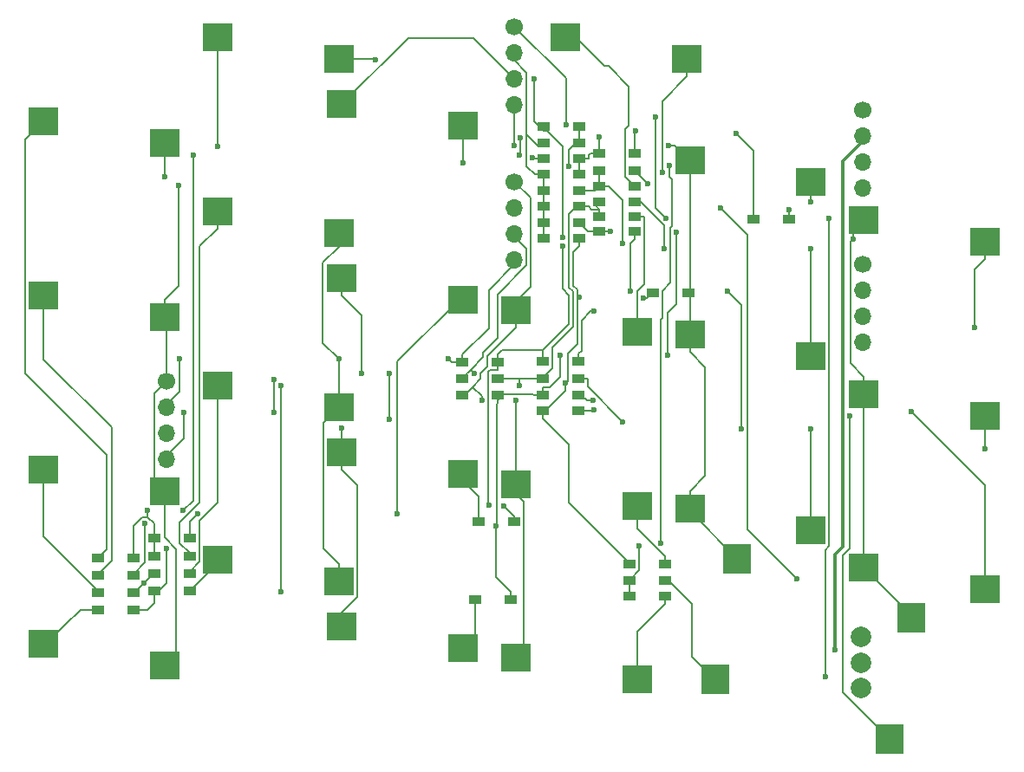
<source format=gbr>
%TF.GenerationSoftware,KiCad,Pcbnew,9.0.0*%
%TF.CreationDate,2025-04-19T15:24:46+09:00*%
%TF.ProjectId,nofy_V2_L,6e6f6679-5f56-4325-9f4c-2e6b69636164,rev?*%
%TF.SameCoordinates,Original*%
%TF.FileFunction,Copper,L2,Bot*%
%TF.FilePolarity,Positive*%
%FSLAX46Y46*%
G04 Gerber Fmt 4.6, Leading zero omitted, Abs format (unit mm)*
G04 Created by KiCad (PCBNEW 9.0.0) date 2025-04-19 15:24:46*
%MOMM*%
%LPD*%
G01*
G04 APERTURE LIST*
%TA.AperFunction,SMDPad,CuDef*%
%ADD10R,1.200000X0.950000*%
%TD*%
%TA.AperFunction,ComponentPad*%
%ADD11C,2.000000*%
%TD*%
%TA.AperFunction,SMDPad,CuDef*%
%ADD12R,3.000000X2.800000*%
%TD*%
%TA.AperFunction,SMDPad,CuDef*%
%ADD13R,2.850000X2.750000*%
%TD*%
%TA.AperFunction,ComponentPad*%
%ADD14C,1.700000*%
%TD*%
%TA.AperFunction,ComponentPad*%
%ADD15O,1.700000X1.700000*%
%TD*%
%TA.AperFunction,SMDPad,CuDef*%
%ADD16R,2.800000X3.000000*%
%TD*%
%TA.AperFunction,SMDPad,CuDef*%
%ADD17R,2.750000X2.850000*%
%TD*%
%TA.AperFunction,ViaPad*%
%ADD18C,0.600000*%
%TD*%
%TA.AperFunction,Conductor*%
%ADD19C,0.200000*%
%TD*%
%TA.AperFunction,Conductor*%
%ADD20C,0.300000*%
%TD*%
G04 APERTURE END LIST*
D10*
%TO.P,D3,2,A*%
%TO.N,Net-(D3-A)*%
X26217840Y-88482135D03*
%TO.P,D3,1,K*%
%TO.N,Net-(D11-K)*%
X29667840Y-88482135D03*
%TD*%
D11*
%TO.P,SW3,A,A*%
%TO.N,RE_A_L*%
X100767865Y-91132135D03*
%TO.P,SW3,B,B*%
%TO.N,RE_B_L*%
X100767865Y-96132135D03*
%TO.P,SW3,C,C*%
%TO.N,GND_L*%
X100767865Y-93632135D03*
%TD*%
D12*
%TO.P,SW11,1,1*%
%TO.N,Pin1*%
X49717865Y-85682135D03*
D13*
%TO.P,SW11,2,2*%
%TO.N,Net-(D7-A)*%
X37892865Y-83557135D03*
%TD*%
D12*
%TO.P,SW5,1,1*%
%TO.N,Pin0*%
X32717865Y-59882135D03*
D13*
%TO.P,SW5,2,2*%
%TO.N,Net-(D1-A)*%
X20892865Y-57757135D03*
%TD*%
D12*
%TO.P,SW21,1,1*%
%TO.N,Pin3*%
X67017865Y-93182135D03*
D13*
%TO.P,SW21,2,2*%
%TO.N,Net-(D17-A)*%
X78842865Y-95307135D03*
%TD*%
D12*
%TO.P,SW23,1,1*%
%TO.N,Pin4*%
X84005365Y-44557135D03*
D13*
%TO.P,SW23,2,2*%
%TO.N,Net-(D19-A)*%
X95830365Y-46682135D03*
%TD*%
D12*
%TO.P,SW7,1,1*%
%TO.N,Pin0*%
X32717865Y-93882135D03*
D13*
%TO.P,SW7,2,2*%
%TO.N,Net-(D3-A)*%
X20892865Y-91757135D03*
%TD*%
D12*
%TO.P,SW28,1,1*%
%TO.N,Pin5*%
X101017865Y-50382135D03*
D13*
%TO.P,SW28,2,2*%
%TO.N,Net-(D24-A)*%
X112842865Y-52507135D03*
%TD*%
D12*
%TO.P,SW20,1,1*%
%TO.N,Pin3*%
X67017865Y-76182135D03*
D13*
%TO.P,SW20,2,2*%
%TO.N,Net-(D16-A)*%
X78842865Y-78307135D03*
%TD*%
D14*
%TO.P,J18,1,Pin_1*%
%TO.N,Pin0*%
X32882865Y-66137135D03*
D15*
%TO.P,J18,2,Pin_2*%
%TO.N,Pin1*%
X32882865Y-68677135D03*
%TO.P,J18,3,Pin_3*%
%TO.N,Pin2*%
X32882865Y-71217135D03*
%TO.P,J18,4,Pin_4*%
%TO.N,Net-(D16-K)*%
X32882865Y-73757135D03*
%TD*%
D12*
%TO.P,SW27,1,1*%
%TO.N,Pin5*%
X50017865Y-39082135D03*
D13*
%TO.P,SW27,2,2*%
%TO.N,Net-(D23-A)*%
X61842865Y-41207135D03*
%TD*%
D12*
%TO.P,SW15,1,1*%
%TO.N,Pin2*%
X50017865Y-90082135D03*
D13*
%TO.P,SW15,2,2*%
%TO.N,Net-(D11-A)*%
X61842865Y-92207135D03*
%TD*%
D12*
%TO.P,SW13,1,1*%
%TO.N,Pin2*%
X50017865Y-56082135D03*
D13*
%TO.P,SW13,2,2*%
%TO.N,Net-(D9-A)*%
X61842865Y-58207135D03*
%TD*%
D12*
%TO.P,SW30,1,1*%
%TO.N,Pin5*%
X101017865Y-84382135D03*
D13*
%TO.P,SW30,2,2*%
%TO.N,Net-(D26-A)*%
X112842865Y-86507135D03*
%TD*%
D14*
%TO.P,Con_L_6,1,Pin_1*%
%TO.N,unconnected-(Con_L_6-Pin_1-Pad1)*%
X100867865Y-54692135D03*
D15*
%TO.P,Con_L_6,2,Pin_2*%
%TO.N,unconnected-(Con_L_6-Pin_2-Pad2)*%
X100867865Y-57232135D03*
%TO.P,Con_L_6,3,Pin_3*%
%TO.N,unconnected-(Con_L_6-Pin_3-Pad3)*%
X100867865Y-59772135D03*
%TO.P,Con_L_6,4,Pin_4*%
%TO.N,unconnected-(Con_L_6-Pin_4-Pad4)*%
X100867865Y-62312135D03*
%TD*%
D12*
%TO.P,SW14,1,1*%
%TO.N,Pin2*%
X50017865Y-73082135D03*
D13*
%TO.P,SW14,2,2*%
%TO.N,Net-(D10-A)*%
X61842865Y-75207135D03*
%TD*%
D16*
%TO.P,SW31,1,1*%
%TO.N,Pin5*%
X105617865Y-89282135D03*
D17*
%TO.P,SW31,2,2*%
%TO.N,Net-(D27-A)*%
X103492865Y-101107135D03*
%TD*%
D12*
%TO.P,SW9,1,1*%
%TO.N,Pin1*%
X49717865Y-51682135D03*
D13*
%TO.P,SW9,2,2*%
%TO.N,Net-(D5-A)*%
X37892865Y-49557135D03*
%TD*%
D12*
%TO.P,SW17,1,1*%
%TO.N,Pin3*%
X32717865Y-42882135D03*
D13*
%TO.P,SW17,2,2*%
%TO.N,Net-(D13-A)*%
X20892865Y-40757135D03*
%TD*%
D12*
%TO.P,SW29,1,1*%
%TO.N,Pin5*%
X101017865Y-67382135D03*
D13*
%TO.P,SW29,2,2*%
%TO.N,Net-(D25-A)*%
X112842865Y-69507135D03*
%TD*%
D12*
%TO.P,SW18,1,1*%
%TO.N,Pin3*%
X83717865Y-34682135D03*
D13*
%TO.P,SW18,2,2*%
%TO.N,Net-(D14-A)*%
X71892865Y-32557135D03*
%TD*%
D12*
%TO.P,SW22,1,1*%
%TO.N,Pin4*%
X49717865Y-34682135D03*
D13*
%TO.P,SW22,2,2*%
%TO.N,Net-(D18-A)*%
X37892865Y-32557135D03*
%TD*%
D12*
%TO.P,SW19,1,1*%
%TO.N,Pin3*%
X67017865Y-59182135D03*
D13*
%TO.P,SW19,2,2*%
%TO.N,Net-(D15-A)*%
X78842865Y-61307135D03*
%TD*%
D14*
%TO.P,Con_L_4,1,Pin_1*%
%TO.N,VCC_L*%
X100882865Y-39637135D03*
D15*
%TO.P,Con_L_4,2,Pin_2*%
%TO.N,GND_L*%
X100882865Y-42177135D03*
%TO.P,Con_L_4,3,Pin_3*%
%TO.N,unconnected-(Con_L_4-Pin_3-Pad3)*%
X100882865Y-44717135D03*
%TO.P,Con_L_4,4,Pin_4*%
%TO.N,Pin0*%
X100882865Y-47257135D03*
%TD*%
D12*
%TO.P,SW24,1,1*%
%TO.N,Pin4*%
X84017865Y-61582135D03*
D13*
%TO.P,SW24,2,2*%
%TO.N,Net-(D20-A)*%
X95842865Y-63707135D03*
%TD*%
D14*
%TO.P,Con_L_0,1,Pin_1*%
%TO.N,RE_B_L*%
X66867865Y-31492135D03*
D15*
%TO.P,Con_L_0,2,Pin_2*%
%TO.N,INTR0*%
X66867865Y-34032135D03*
%TO.P,Con_L_0,3,Pin_3*%
%TO.N,Pin5*%
X66867865Y-36572135D03*
%TO.P,Con_L_0,4,Pin_4*%
%TO.N,Pin4*%
X66867865Y-39112135D03*
%TD*%
D12*
%TO.P,SW25,1,1*%
%TO.N,Pin4*%
X84017865Y-78582135D03*
D13*
%TO.P,SW25,2,2*%
%TO.N,Net-(D21-A)*%
X95842865Y-80707135D03*
%TD*%
D12*
%TO.P,SW10,1,1*%
%TO.N,Pin1*%
X49717865Y-68682135D03*
D13*
%TO.P,SW10,2,2*%
%TO.N,Net-(D6-A)*%
X37892865Y-66557135D03*
%TD*%
D16*
%TO.P,SW26,1,1*%
%TO.N,Pin4*%
X88617865Y-83482135D03*
D17*
%TO.P,SW26,2,2*%
%TO.N,Net-(D22-A)*%
X86492865Y-95307135D03*
%TD*%
D14*
%TO.P,Con_L_2,1,Pin_1*%
%TO.N,Pin3*%
X66867865Y-46637135D03*
D15*
%TO.P,Con_L_2,2,Pin_2*%
%TO.N,RE_A_L*%
X66867865Y-49177135D03*
%TO.P,Con_L_2,3,Pin_3*%
%TO.N,Pin2*%
X66867865Y-51717135D03*
%TO.P,Con_L_2,4,Pin_4*%
%TO.N,Pin1*%
X66867865Y-54257135D03*
%TD*%
D12*
%TO.P,SW6,1,1*%
%TO.N,Pin0*%
X32717865Y-76882135D03*
D13*
%TO.P,SW6,2,2*%
%TO.N,Net-(D2-A)*%
X20892865Y-74757135D03*
%TD*%
D10*
%TO.P,DI1,1,K*%
%TO.N,INTR0*%
X69767890Y-45932135D03*
%TO.P,DI1,2,A*%
%TO.N,Net-(D13-K)*%
X73217890Y-45932135D03*
%TD*%
%TO.P,D27,1,K*%
%TO.N,Net-(D16-K)*%
X69667890Y-69032135D03*
%TO.P,D27,2,A*%
%TO.N,Net-(D27-A)*%
X73117890Y-69032135D03*
%TD*%
%TO.P,D10,1,K*%
%TO.N,Net-(D1-K)*%
X66867840Y-79882135D03*
%TO.P,D10,2,A*%
%TO.N,Net-(D10-A)*%
X63417840Y-79882135D03*
%TD*%
%TO.P,D16,1,K*%
%TO.N,Net-(D16-K)*%
X78120990Y-84041535D03*
%TO.P,D16,2,A*%
%TO.N,Net-(D16-A)*%
X81570990Y-84041535D03*
%TD*%
%TO.P,DI6,1,K*%
%TO.N,INTR0*%
X69767890Y-42882135D03*
%TO.P,DI6,2,A*%
%TO.N,Net-(D17-K)*%
X73217890Y-42882135D03*
%TD*%
%TO.P,D11,1,K*%
%TO.N,Net-(D11-K)*%
X66517840Y-87482135D03*
%TO.P,D11,2,A*%
%TO.N,Net-(D11-A)*%
X63067840Y-87482135D03*
%TD*%
%TO.P,D1,1,K*%
%TO.N,Net-(D1-K)*%
X29667840Y-85082135D03*
%TO.P,D1,2,A*%
%TO.N,Net-(D1-A)*%
X26217840Y-85082135D03*
%TD*%
%TO.P,D25,1,K*%
%TO.N,Net-(D15-K)*%
X69667890Y-65882135D03*
%TO.P,D25,2,A*%
%TO.N,Net-(D25-A)*%
X73117890Y-65882135D03*
%TD*%
%TO.P,D18,1,K*%
%TO.N,Net-(D13-K)*%
X75191290Y-43894635D03*
%TO.P,D18,2,A*%
%TO.N,Net-(D18-A)*%
X78641290Y-43894635D03*
%TD*%
%TO.P,DS6,1,K*%
%TO.N,Pin5*%
X69717890Y-41282135D03*
%TO.P,DS6,2,A*%
%TO.N,Net-(D17-K)*%
X73167890Y-41282135D03*
%TD*%
%TO.P,D15,1,K*%
%TO.N,Net-(D15-K)*%
X75167890Y-50032135D03*
%TO.P,D15,2,A*%
%TO.N,Net-(D15-A)*%
X78617890Y-50032135D03*
%TD*%
%TO.P,DI3,1,K*%
%TO.N,INTR0*%
X69767890Y-49082135D03*
%TO.P,DI3,2,A*%
%TO.N,Net-(D15-K)*%
X73217890Y-49082135D03*
%TD*%
%TO.P,D7,1,K*%
%TO.N,Net-(D11-K)*%
X31720990Y-86632135D03*
%TO.P,D7,2,A*%
%TO.N,Net-(D7-A)*%
X35170990Y-86632135D03*
%TD*%
%TO.P,DS3,1,K*%
%TO.N,Pin2*%
X61817890Y-65882135D03*
%TO.P,DS3,2,A*%
%TO.N,Net-(D15-K)*%
X65267890Y-65882135D03*
%TD*%
%TO.P,DI2,1,K*%
%TO.N,INTR0*%
X69767890Y-47532135D03*
%TO.P,DI2,2,A*%
%TO.N,Net-(D1-K)*%
X73217890Y-47532135D03*
%TD*%
%TO.P,D13,1,K*%
%TO.N,Net-(D13-K)*%
X29667840Y-83432135D03*
%TO.P,D13,2,A*%
%TO.N,Net-(D13-A)*%
X26217840Y-83432135D03*
%TD*%
%TO.P,D21,1,K*%
%TO.N,Net-(D11-K)*%
X75191290Y-51494635D03*
%TO.P,D21,2,A*%
%TO.N,Net-(D21-A)*%
X78641290Y-51494635D03*
%TD*%
%TO.P,DS1,1,K*%
%TO.N,Pin0*%
X93717840Y-50332135D03*
%TO.P,DS1,2,A*%
%TO.N,Net-(D13-K)*%
X90267840Y-50332135D03*
%TD*%
%TO.P,D22,1,K*%
%TO.N,Net-(D17-K)*%
X78117890Y-85582135D03*
%TO.P,D22,2,A*%
%TO.N,Net-(D22-A)*%
X81567890Y-85582135D03*
%TD*%
%TO.P,D5,1,K*%
%TO.N,Net-(D13-K)*%
X31717890Y-83232135D03*
%TO.P,D5,2,A*%
%TO.N,Net-(D5-A)*%
X35167890Y-83232135D03*
%TD*%
%TO.P,D19,1,K*%
%TO.N,Net-(D1-K)*%
X75191290Y-45532135D03*
%TO.P,D19,2,A*%
%TO.N,Net-(D19-A)*%
X78641290Y-45532135D03*
%TD*%
%TO.P,D6,1,K*%
%TO.N,Net-(D15-K)*%
X31717890Y-84932135D03*
%TO.P,D6,2,A*%
%TO.N,Net-(D6-A)*%
X35167890Y-84932135D03*
%TD*%
%TO.P,D17,1,K*%
%TO.N,Net-(D17-K)*%
X78117890Y-87132135D03*
%TO.P,D17,2,A*%
%TO.N,Net-(D17-A)*%
X81567890Y-87132135D03*
%TD*%
%TO.P,D24,1,K*%
%TO.N,Net-(D1-K)*%
X69667890Y-64232135D03*
%TO.P,D24,2,A*%
%TO.N,Net-(D24-A)*%
X73117890Y-64232135D03*
%TD*%
%TO.P,D2,1,K*%
%TO.N,Net-(D15-K)*%
X29667840Y-86791535D03*
%TO.P,D2,2,A*%
%TO.N,Net-(D2-A)*%
X26217840Y-86791535D03*
%TD*%
%TO.P,D23,1,K*%
%TO.N,Net-(D13-K)*%
X73217840Y-44382135D03*
%TO.P,D23,2,A*%
%TO.N,Net-(D23-A)*%
X69767840Y-44382135D03*
%TD*%
%TO.P,DS2,1,K*%
%TO.N,Pin1*%
X61820990Y-64282135D03*
%TO.P,DS2,2,A*%
%TO.N,Net-(D1-K)*%
X65270990Y-64282135D03*
%TD*%
%TO.P,D9,1,K*%
%TO.N,Net-(D13-K)*%
X31717890Y-81432135D03*
%TO.P,D9,2,A*%
%TO.N,Net-(D9-A)*%
X35167890Y-81432135D03*
%TD*%
%TO.P,D20,1,K*%
%TO.N,Net-(D15-K)*%
X75191290Y-48582135D03*
%TO.P,D20,2,A*%
%TO.N,Net-(D20-A)*%
X78641290Y-48582135D03*
%TD*%
%TO.P,D14,1,K*%
%TO.N,Net-(D1-K)*%
X75167890Y-47082135D03*
%TO.P,D14,2,A*%
%TO.N,Net-(D14-A)*%
X78617890Y-47082135D03*
%TD*%
%TO.P,DS4,1,K*%
%TO.N,Pin3*%
X61817890Y-67482135D03*
%TO.P,DS4,2,A*%
%TO.N,Net-(D11-K)*%
X65267890Y-67482135D03*
%TD*%
%TO.P,D26,1,K*%
%TO.N,Net-(D11-K)*%
X69667890Y-67482135D03*
%TO.P,D26,2,A*%
%TO.N,Net-(D26-A)*%
X73117890Y-67482135D03*
%TD*%
%TO.P,DS5,1,K*%
%TO.N,Pin4*%
X83841340Y-57482135D03*
%TO.P,DS5,2,A*%
%TO.N,Net-(D16-K)*%
X80391340Y-57482135D03*
%TD*%
%TO.P,DI5,1,K*%
%TO.N,INTR0*%
X69717890Y-52182135D03*
%TO.P,DI5,2,A*%
%TO.N,Net-(D16-K)*%
X73167890Y-52182135D03*
%TD*%
%TO.P,DI4,1,K*%
%TO.N,INTR0*%
X69717890Y-50632135D03*
%TO.P,DI4,2,A*%
%TO.N,Net-(D11-K)*%
X73167890Y-50632135D03*
%TD*%
D18*
%TO.N,Pin5*%
X99932865Y-52286335D03*
X71574665Y-52105535D03*
X68764965Y-36572135D03*
%TO.N,Pin4*%
X53317865Y-34732135D03*
X66867865Y-43105235D03*
X81915265Y-43105235D03*
%TO.N,Pin3*%
X63705765Y-67988535D03*
X32717865Y-46182135D03*
X81315265Y-45758835D03*
X67016265Y-67988535D03*
%TO.N,Pin2*%
X54656665Y-69875735D03*
X50017865Y-70709535D03*
X54656665Y-65350635D03*
X51949665Y-65350635D03*
X62927965Y-65350635D03*
%TO.N,Pin1*%
X49717865Y-63934135D03*
X60450465Y-63934135D03*
X34216965Y-63934135D03*
%TO.N,Pin0*%
X93717865Y-49340935D03*
X34090165Y-46972535D03*
%TO.N,Net-(D17-K)*%
X79078465Y-82274335D03*
X81983265Y-45081935D03*
X72176365Y-45157135D03*
X81138465Y-81966735D03*
%TO.N,Net-(D16-K)*%
X71861065Y-66354135D03*
X79442865Y-57982135D03*
X34616665Y-69213535D03*
X73219465Y-57932135D03*
X43431365Y-69213535D03*
X43431365Y-65952435D03*
%TO.N,Net-(D13-K)*%
X31086265Y-78802435D03*
X67373065Y-44042235D03*
X34537365Y-78802435D03*
X67477865Y-42338335D03*
X35500965Y-44042235D03*
X88551265Y-41900235D03*
X75190865Y-42265635D03*
%TO.N,Net-(D11-K)*%
X65111965Y-80299435D03*
X81878065Y-63597735D03*
X71373165Y-63597735D03*
X32907065Y-82500135D03*
X82691365Y-51569835D03*
X76294665Y-51498235D03*
%TO.N,Net-(D15-K)*%
X44086365Y-86730435D03*
X44086365Y-66604235D03*
X30729980Y-85845506D03*
X67338965Y-66604235D03*
%TO.N,Net-(D1-K)*%
X71607965Y-52931235D03*
X30797965Y-80028835D03*
X77455565Y-52714135D03*
X65817865Y-78332135D03*
X64367865Y-78282135D03*
%TO.N,Net-(D25-A)*%
X77485265Y-70136735D03*
X112842865Y-72732435D03*
%TO.N,Net-(D24-A)*%
X74691308Y-59320835D03*
X111817365Y-60923835D03*
%TO.N,Net-(D27-A)*%
X74610212Y-68958736D03*
X99602765Y-69563035D03*
%TO.N,Net-(D26-A)*%
X105654065Y-69133835D03*
X74550000Y-68050000D03*
%TO.N,Net-(D23-A)*%
X61842865Y-44779235D03*
X68679565Y-44332135D03*
%TO.N,RE_A_L*%
X86982965Y-49177135D03*
X94467865Y-85432135D03*
%TO.N,RE_B_L*%
X71926765Y-41052935D03*
X81689465Y-50197335D03*
X97627765Y-50197335D03*
X97217865Y-94982135D03*
X80682165Y-40313035D03*
%TO.N,GND_L*%
X98167865Y-92432135D03*
%TO.N,Net-(D21-A)*%
X78224765Y-57366935D03*
X87658265Y-57366935D03*
X95842865Y-70796635D03*
X89021965Y-70796635D03*
%TO.N,Net-(D20-A)*%
X95842865Y-53183835D03*
X81528265Y-53183835D03*
%TO.N,Net-(D19-A)*%
X95830365Y-48649035D03*
X79916665Y-46824735D03*
%TO.N,Net-(D18-A)*%
X78698465Y-41663935D03*
X37892865Y-43220435D03*
%TO.N,Net-(D9-A)*%
X55465465Y-79068235D03*
X35985165Y-79068235D03*
%TD*%
D19*
%TO.N,Pin5*%
X99932865Y-52286335D02*
X99932865Y-51467135D01*
X69717865Y-41282135D02*
X69717865Y-41670435D01*
X99701065Y-52518135D02*
X99932865Y-52286335D01*
X105617865Y-88982135D02*
X101017865Y-84382135D01*
X56517865Y-32582135D02*
X62877865Y-32582135D01*
X105617865Y-89282135D02*
X105617865Y-88982135D01*
X71574665Y-43162035D02*
X71574665Y-52105535D01*
X101017865Y-67382135D02*
X101017865Y-65680435D01*
X62877865Y-32582135D02*
X66867865Y-36572135D01*
X70083065Y-41670435D02*
X71574665Y-43162035D01*
X68764965Y-40717535D02*
X68764965Y-36572135D01*
X50017865Y-39082135D02*
X56517865Y-32582135D01*
X99701065Y-64363635D02*
X99701065Y-52518135D01*
X101017865Y-65680435D02*
X99701065Y-64363635D01*
X69717865Y-41670435D02*
X68764965Y-40717535D01*
X69717865Y-41670435D02*
X70083065Y-41670435D01*
X99932865Y-51467135D02*
X101017865Y-50382135D01*
X101017865Y-84382135D02*
X101017865Y-67382135D01*
%TO.N,Pin4*%
X82553465Y-43105235D02*
X84005365Y-44557135D01*
X84017865Y-78582135D02*
X84017865Y-78882135D01*
X84017865Y-76880435D02*
X85494265Y-75404035D01*
X84017865Y-57658660D02*
X83841340Y-57482135D01*
X81915265Y-43105235D02*
X82553465Y-43105235D01*
X84017865Y-78582135D02*
X84017865Y-76880435D01*
X53267865Y-34682135D02*
X53317865Y-34732135D01*
X84017865Y-61582135D02*
X84017865Y-63283835D01*
X85494265Y-64760235D02*
X84017865Y-63283835D01*
X84017865Y-61582135D02*
X84017865Y-57658660D01*
X84005365Y-57318110D02*
X84005365Y-44557135D01*
X49717865Y-34682135D02*
X53267865Y-34682135D01*
X84017865Y-78882135D02*
X88617865Y-83482135D01*
X85494265Y-75404035D02*
X85494265Y-64760235D01*
X66867865Y-39112135D02*
X66867865Y-43105235D01*
X83841340Y-57482135D02*
X84005365Y-57318110D01*
%TO.N,Pin3*%
X32717865Y-42882135D02*
X32717865Y-46182135D01*
X67017865Y-59182135D02*
X67017865Y-58331235D01*
X64224265Y-64704935D02*
X63564365Y-65364835D01*
X62015065Y-67482135D02*
X61817865Y-67482135D01*
X67017865Y-58331235D02*
X67018765Y-58331235D01*
X67017865Y-60907735D02*
X64224265Y-63701335D01*
X63564365Y-65932835D02*
X62791765Y-66705435D01*
X62791765Y-66705435D02*
X62015065Y-67482135D01*
X67018765Y-58331235D02*
X68436765Y-56913235D01*
X67016265Y-74478835D02*
X67017865Y-74480435D01*
X64224265Y-63701335D02*
X64224265Y-64704935D01*
X68436765Y-48206035D02*
X66867865Y-46637135D01*
X81315265Y-38786435D02*
X81315265Y-45758835D01*
X63564365Y-65364835D02*
X63564365Y-65932835D01*
X68436765Y-56913235D02*
X68436765Y-48206035D01*
X63705765Y-67619435D02*
X63705765Y-67988535D01*
X83717865Y-34682135D02*
X83717865Y-36383835D01*
X67017865Y-77132135D02*
X67017865Y-76182135D01*
X67769565Y-77883835D02*
X67017865Y-77132135D01*
X67769565Y-92430435D02*
X67769565Y-77883835D01*
X62791765Y-66705435D02*
X63705765Y-67619435D01*
X67017865Y-93182135D02*
X67769565Y-92430435D01*
X83717865Y-36383835D02*
X81315265Y-38786435D01*
X67016265Y-67988535D02*
X67016265Y-74478835D01*
X67017865Y-76182135D02*
X67017865Y-74480435D01*
X67017865Y-59182135D02*
X67017865Y-60907735D01*
%TO.N,Pin2*%
X51949665Y-59715635D02*
X51949665Y-65350635D01*
X50017865Y-88782135D02*
X51549365Y-87250635D01*
X68035065Y-54823935D02*
X65216165Y-57642835D01*
X50017865Y-73082135D02*
X50017865Y-71380435D01*
X63822565Y-63806435D02*
X62603165Y-65025835D01*
X51549365Y-76315335D02*
X50017865Y-74783835D01*
X54656665Y-69875735D02*
X54656665Y-65350635D01*
X50017865Y-56082135D02*
X50017865Y-57783835D01*
X66867865Y-51982135D02*
X68035065Y-53149335D01*
X62603165Y-65025835D02*
X62927965Y-65350635D01*
X61817865Y-65811135D02*
X61817865Y-65882135D01*
X50017865Y-71380435D02*
X50017865Y-70709535D01*
X62603165Y-65025835D02*
X61817865Y-65811135D01*
X66867865Y-51717135D02*
X66867865Y-51982135D01*
X65216165Y-61915835D02*
X63822565Y-63309435D01*
X50017865Y-57783835D02*
X51949665Y-59715635D01*
X50017865Y-74783835D02*
X50017865Y-73082135D01*
X50017865Y-90082135D02*
X50017865Y-88782135D01*
X65216165Y-57642835D02*
X65216165Y-61915835D01*
X51549365Y-87250635D02*
X51549365Y-76315335D01*
X63822565Y-63309435D02*
X63822565Y-63806435D01*
X68035065Y-53149335D02*
X68035065Y-54823935D01*
%TO.N,Pin1*%
X61820965Y-64282135D02*
X61820965Y-63505435D01*
X60450465Y-63934135D02*
X60798465Y-64282135D01*
X61820990Y-64282135D02*
X61820965Y-64282110D01*
X66867865Y-54732135D02*
X64363565Y-57236435D01*
X66867865Y-54257135D02*
X66867865Y-54732135D01*
X48162965Y-54549935D02*
X48162965Y-62379235D01*
X48210765Y-82473335D02*
X48210765Y-70189235D01*
X49717865Y-68682135D02*
X49717865Y-63934135D01*
X64363565Y-57236435D02*
X64363565Y-60962835D01*
X61820965Y-64282110D02*
X61820965Y-63505435D01*
X60798465Y-64282135D02*
X61820990Y-64282135D01*
X49717865Y-85682135D02*
X49717865Y-83980435D01*
X49717865Y-52995035D02*
X48162965Y-54549935D01*
X32882865Y-68677135D02*
X32882865Y-68467135D01*
X64363565Y-60962835D02*
X61820965Y-63505435D01*
X49717865Y-51682135D02*
X49717865Y-52995035D01*
X34216965Y-67133035D02*
X34216965Y-63934135D01*
X32882865Y-68467135D02*
X34216965Y-67133035D01*
X48210765Y-70189235D02*
X49717865Y-68682135D01*
X48162965Y-62379235D02*
X49717865Y-63934135D01*
X49717865Y-83980435D02*
X48210765Y-82473335D01*
%TO.N,Pin0*%
X34090165Y-56808135D02*
X34090165Y-46972535D01*
X33869565Y-82575335D02*
X33869565Y-92730435D01*
X93717865Y-49555435D02*
X93717865Y-49340935D01*
X32717865Y-59882135D02*
X32717865Y-58180435D01*
X32717865Y-76882135D02*
X32717865Y-81423635D01*
X33869565Y-92730435D02*
X32717865Y-93882135D01*
X32717865Y-60732935D02*
X32882865Y-60897935D01*
X32882865Y-66137135D02*
X31729665Y-67290335D01*
X31729665Y-75893935D02*
X32717865Y-76882135D01*
X32717865Y-81423635D02*
X33869565Y-82575335D01*
X32717865Y-58180435D02*
X34090165Y-56808135D01*
X32882865Y-60897935D02*
X32882865Y-66137135D01*
X31729665Y-67290335D02*
X31729665Y-75893935D01*
X93717865Y-50332135D02*
X93717865Y-49555435D01*
X32717865Y-59882135D02*
X32717865Y-60732935D01*
%TO.N,INTR0*%
X68079565Y-42105435D02*
X68079565Y-35975685D01*
X68079565Y-42105435D02*
X68091165Y-42105435D01*
X68079565Y-45145535D02*
X68079565Y-42105435D01*
X69717865Y-49632135D02*
X69767890Y-49582110D01*
X68079565Y-35975685D02*
X66867865Y-34763985D01*
X69717865Y-52182135D02*
X69717865Y-49632135D01*
X69192865Y-43207135D02*
X69517865Y-42882135D01*
X69767890Y-49082135D02*
X69767865Y-49082110D01*
X68091165Y-42105435D02*
X69192865Y-43207135D01*
X69767865Y-45932135D02*
X68866165Y-45932135D01*
X69767865Y-49082110D02*
X69767865Y-45932135D01*
X66867865Y-34763985D02*
X66867865Y-34032135D01*
X69517865Y-42882135D02*
X69767865Y-42882135D01*
X68866165Y-45932135D02*
X68079565Y-45145535D01*
X69767890Y-49582110D02*
X69767890Y-49082135D01*
%TO.N,Net-(D17-K)*%
X79078465Y-82274335D02*
X79078465Y-84621535D01*
X73217865Y-42493735D02*
X72176365Y-43535235D01*
X73217865Y-42882135D02*
X73217865Y-42493735D01*
X81308965Y-57321135D02*
X81308965Y-60000635D01*
X82137865Y-56492235D02*
X81308965Y-57321135D01*
X73167865Y-42058835D02*
X73214465Y-42105435D01*
X73214465Y-42105435D02*
X73217865Y-42105435D01*
X82291165Y-46430735D02*
X82291165Y-50959535D01*
X82087265Y-51976135D02*
X82137865Y-52026735D01*
X79078465Y-84621535D02*
X78117865Y-85582135D01*
X73217865Y-42493735D02*
X73217865Y-42105435D01*
X81983265Y-45081935D02*
X81983265Y-46122835D01*
X78117865Y-85582135D02*
X78117865Y-87132135D01*
X82087265Y-51163435D02*
X82087265Y-51976135D01*
X72176365Y-43535235D02*
X72176365Y-45157135D01*
X82137865Y-52026735D02*
X82137865Y-56492235D01*
X81138465Y-60171135D02*
X81138465Y-81966735D01*
X73167865Y-41282135D02*
X73167865Y-42058835D01*
X81308965Y-60000635D02*
X81138465Y-60171135D01*
X82291165Y-50959535D02*
X82087265Y-51163435D01*
X81983265Y-46122835D02*
X82291165Y-46430735D01*
%TO.N,Net-(D16-K)*%
X78120965Y-83885235D02*
X75267865Y-81032135D01*
X72080065Y-66135135D02*
X72080065Y-63456735D01*
X72080065Y-63456735D02*
X73021165Y-62515635D01*
X73167865Y-52182135D02*
X73167865Y-52958835D01*
X71861065Y-66354135D02*
X72080065Y-66135135D01*
X75267865Y-81032135D02*
X72193465Y-77957735D01*
X73021165Y-57199335D02*
X72628265Y-56806435D01*
X72628265Y-53498435D02*
X73167865Y-52958835D01*
X69667865Y-69808835D02*
X69667865Y-69748635D01*
X71861065Y-67113948D02*
X69667865Y-69307148D01*
X34616665Y-69213535D02*
X34616665Y-71733335D01*
X69667865Y-69032135D02*
X69667865Y-69748635D01*
X72628265Y-56806435D02*
X72628265Y-53498435D01*
X73219465Y-57932135D02*
X73051365Y-57764035D01*
X79442865Y-57982135D02*
X79492865Y-58032135D01*
X71861065Y-66354135D02*
X71861065Y-67113948D01*
X79841340Y-58032135D02*
X80391340Y-57482135D01*
X73051365Y-57764035D02*
X73021165Y-57764035D01*
X69667865Y-69307148D02*
X69667865Y-69748635D01*
X78120965Y-84041535D02*
X78120965Y-83885235D01*
X73021165Y-57764035D02*
X73021165Y-57199335D01*
X34616665Y-71733335D02*
X32882865Y-73467135D01*
X79492865Y-58032135D02*
X79841340Y-58032135D01*
X73021165Y-62515635D02*
X73021165Y-57764035D01*
X43431365Y-69213535D02*
X43431365Y-65952435D01*
X72193465Y-77957735D02*
X72193465Y-72334435D01*
X72193465Y-72334435D02*
X69667865Y-69808835D01*
X32882865Y-73467135D02*
X32882865Y-73757135D01*
X80391340Y-57482135D02*
X80391365Y-57482135D01*
%TO.N,Net-(D13-K)*%
X67477865Y-43937435D02*
X67477865Y-42338335D01*
X30549022Y-79427835D02*
X31046908Y-79427835D01*
X30371465Y-79582135D02*
X30394722Y-79582135D01*
X30394722Y-79582135D02*
X30549022Y-79427835D01*
X73217865Y-44382135D02*
X74119565Y-44382135D01*
X29667865Y-80285735D02*
X30371465Y-79582135D01*
X67373065Y-44042235D02*
X67477865Y-43937435D01*
X75191265Y-42266035D02*
X75190865Y-42265635D01*
X74119565Y-44064635D02*
X74289565Y-43894635D01*
X31064887Y-79445813D02*
X31086265Y-79424435D01*
X31046908Y-79427835D02*
X31064887Y-79445813D01*
X31717865Y-83232135D02*
X31717865Y-81432135D01*
X90267865Y-50332135D02*
X90267865Y-43616835D01*
X90267865Y-43616835D02*
X88551265Y-41900235D01*
X75191265Y-43894635D02*
X74289565Y-43894635D01*
X75191265Y-43894635D02*
X75191265Y-42266035D01*
X29667865Y-83432135D02*
X29667865Y-80285735D01*
X31717865Y-80056035D02*
X31717865Y-81432135D01*
X35500965Y-44042235D02*
X35500965Y-77838835D01*
X35500965Y-77838835D02*
X34537365Y-78802435D01*
X74119565Y-44382135D02*
X74119565Y-44064635D01*
X31086265Y-79424435D02*
X31086265Y-78802435D01*
X31086265Y-79424435D02*
X31717865Y-80056035D01*
X73217865Y-44382135D02*
X73217865Y-45932135D01*
%TO.N,Net-(D11-K)*%
X65111965Y-85299535D02*
X65111965Y-80299435D01*
X29667865Y-88482135D02*
X30569565Y-88482135D01*
X76092965Y-51494635D02*
X76291065Y-51494635D01*
X75191265Y-51494635D02*
X76092965Y-51494635D01*
X81878065Y-59431535D02*
X82691365Y-58618235D01*
X69667865Y-67482135D02*
X69667865Y-66705435D01*
X31031365Y-88482135D02*
X31720965Y-87792535D01*
X65130465Y-80280935D02*
X65130465Y-68396235D01*
X65111965Y-80299435D02*
X65130465Y-80280935D01*
X76291065Y-51494635D02*
X76294665Y-51498235D01*
X65267865Y-67994235D02*
X65875265Y-67386835D01*
X70347465Y-66705435D02*
X71373165Y-65679735D01*
X68670865Y-67386835D02*
X68766165Y-67482135D01*
X65267865Y-67482135D02*
X65267865Y-67994235D01*
X31720965Y-87792535D02*
X31720965Y-87408835D01*
X32907065Y-85834335D02*
X32907065Y-82500135D01*
X65875265Y-67386835D02*
X68670865Y-67386835D01*
X82691365Y-58618235D02*
X82691365Y-51569835D01*
X69667865Y-66705435D02*
X70347465Y-66705435D01*
X31720965Y-86632135D02*
X31720965Y-87020435D01*
X31720965Y-87020435D02*
X31720965Y-87408835D01*
X66517865Y-87482135D02*
X66517865Y-86705435D01*
X65130465Y-68396235D02*
X65267865Y-68258835D01*
X30569565Y-88482135D02*
X31031365Y-88482135D01*
X75191265Y-51494635D02*
X74030365Y-51494635D01*
X71373165Y-65679735D02*
X71373165Y-63597735D01*
X65267865Y-67994235D02*
X65267865Y-68258835D01*
X31720965Y-87020435D02*
X32907065Y-85834335D01*
X81878065Y-63597735D02*
X81878065Y-59431535D01*
X66517865Y-86705435D02*
X65111965Y-85299535D01*
X74030365Y-51494635D02*
X73167865Y-50632135D01*
X69667865Y-67482135D02*
X68766165Y-67482135D01*
%TO.N,Net-(D15-K)*%
X69543065Y-65882135D02*
X70573465Y-64851735D01*
X74419565Y-49382135D02*
X75167765Y-49382135D01*
X72619465Y-60818135D02*
X72619465Y-57365635D01*
X30729980Y-85845506D02*
X30729980Y-85856620D01*
X70573465Y-62864135D02*
X72619465Y-60818135D01*
X75167765Y-49382135D02*
X75167865Y-49382235D01*
X75167865Y-50032135D02*
X75167865Y-49382235D01*
X75191265Y-48582160D02*
X74779527Y-48993897D01*
X31654465Y-84932135D02*
X30614965Y-85971635D01*
X67338965Y-65882135D02*
X67338965Y-66604235D01*
X29795065Y-86791535D02*
X29667865Y-86791535D01*
X70573465Y-64851735D02*
X70573465Y-62864135D01*
X66169565Y-65882135D02*
X67338965Y-65882135D01*
X65267865Y-65882135D02*
X66169565Y-65882135D01*
X30614965Y-85971635D02*
X29795065Y-86791535D01*
X69317865Y-65882135D02*
X69543065Y-65882135D01*
X31717865Y-84932135D02*
X31654465Y-84932135D01*
X72619465Y-57365635D02*
X72217765Y-56963935D01*
X74779527Y-48993897D02*
X75167865Y-49382235D01*
X69317865Y-65882135D02*
X68766165Y-65882135D01*
X69667865Y-65882135D02*
X69317865Y-65882135D01*
X67338965Y-65882135D02*
X68766165Y-65882135D01*
X44086365Y-86730435D02*
X44086365Y-66604235D01*
X72217765Y-49832235D02*
X72967865Y-49082135D01*
X74119565Y-49082135D02*
X74419565Y-49382135D01*
X75191265Y-48582135D02*
X75191265Y-48582160D01*
X72217765Y-56963935D02*
X72217765Y-49832235D01*
X72967865Y-49082135D02*
X74119565Y-49082135D01*
X30729980Y-85856620D02*
X30614965Y-85971635D01*
%TO.N,Net-(D1-K)*%
X29667865Y-84985035D02*
X30797965Y-83854935D01*
X69598265Y-63132135D02*
X65644265Y-63132135D01*
X75167865Y-47082160D02*
X75167865Y-47082135D01*
X65270965Y-65058835D02*
X64494265Y-65058835D01*
X75191265Y-46308835D02*
X75167865Y-46332235D01*
X71607965Y-57122335D02*
X71607965Y-52931235D01*
X69667865Y-64232135D02*
X69667865Y-63132135D01*
X29667865Y-85082135D02*
X29667865Y-84985035D01*
X75191265Y-45532135D02*
X75191265Y-46308835D01*
X75167865Y-46332235D02*
X75167865Y-47082135D01*
X66867865Y-79382135D02*
X66867865Y-79882135D01*
X69667865Y-63132135D02*
X72217765Y-60582235D01*
X76069565Y-47082135D02*
X77455565Y-48468135D01*
X64318165Y-78232435D02*
X64367865Y-78282135D01*
X65817865Y-78332135D02*
X66867865Y-79382135D01*
X77455565Y-48468135D02*
X77455565Y-52714135D01*
X30797965Y-83854935D02*
X30797965Y-80028835D01*
X73217865Y-47532135D02*
X74717890Y-47532135D01*
X65644265Y-63132135D02*
X65270965Y-63505435D01*
X64494265Y-65058835D02*
X64318165Y-65234935D01*
X72217765Y-60582235D02*
X72217765Y-57732135D01*
X65270965Y-63505435D02*
X65270965Y-65058835D01*
X64318165Y-65234935D02*
X64318165Y-78232435D01*
X75167865Y-47082135D02*
X76069565Y-47082135D01*
X74717890Y-47532135D02*
X75167865Y-47082160D01*
X72217765Y-57732135D02*
X71607965Y-57122335D01*
%TO.N,Net-(D25-A)*%
X73117865Y-65882135D02*
X74019565Y-65882135D01*
X77485265Y-70136735D02*
X74019565Y-66671035D01*
X112842865Y-69507135D02*
X112842865Y-72732435D01*
X74019565Y-66671035D02*
X74019565Y-65882135D01*
%TO.N,Net-(D24-A)*%
X112842865Y-54183835D02*
X111817365Y-55209335D01*
X74691308Y-59320835D02*
X74342200Y-59320835D01*
X73422865Y-63150435D02*
X73117865Y-63455435D01*
X74342200Y-59320835D02*
X73422865Y-60240170D01*
X111817365Y-55209335D02*
X111817365Y-60923835D01*
X73422865Y-60240170D02*
X73422865Y-63150435D01*
X112842865Y-52507135D02*
X112842865Y-54183835D01*
X73117865Y-63455435D02*
X73117865Y-64232135D01*
%TO.N,Net-(D27-A)*%
X74610212Y-68958736D02*
X74536813Y-69032135D01*
X98917865Y-96532135D02*
X98917865Y-83155435D01*
X103492865Y-101107135D02*
X98917865Y-96532135D01*
X99602765Y-82470535D02*
X99602765Y-69563035D01*
X98917865Y-83155435D02*
X99602765Y-82470535D01*
X74536813Y-69032135D02*
X73117865Y-69032135D01*
%TO.N,Net-(D22-A)*%
X81917865Y-85582135D02*
X81567865Y-85582135D01*
X84217865Y-87882135D02*
X81917865Y-85582135D01*
X86492865Y-95307135D02*
X84217865Y-93032135D01*
X84217865Y-93032135D02*
X84217865Y-87882135D01*
X86492865Y-95307135D02*
X86617865Y-95182135D01*
%TO.N,Net-(D26-A)*%
X74550000Y-68050000D02*
X73935730Y-68050000D01*
X112842865Y-86507135D02*
X112842865Y-76322635D01*
X73367865Y-67482135D02*
X73117865Y-67482135D01*
X73935730Y-68050000D02*
X73367865Y-67482135D01*
X112842865Y-76322635D02*
X105654065Y-69133835D01*
%TO.N,Net-(D23-A)*%
X68729565Y-44382135D02*
X69767865Y-44382135D01*
X68679565Y-44332135D02*
X68729565Y-44382135D01*
X61842865Y-41207135D02*
X61842865Y-44779235D01*
%TO.N,RE_A_L*%
X89623465Y-51817635D02*
X86982965Y-49177135D01*
X89623465Y-80637735D02*
X89623465Y-51817635D01*
X90917865Y-81882135D02*
X90867865Y-81882135D01*
X90867865Y-81882135D02*
X89623465Y-80637735D01*
X94467865Y-85432135D02*
X90917865Y-81882135D01*
%TO.N,RE_B_L*%
X97217865Y-94982135D02*
X97217865Y-82615535D01*
X66867865Y-31492135D02*
X71926765Y-36551035D01*
X80682165Y-49190035D02*
X80682165Y-40313035D01*
X81689465Y-50197335D02*
X80682165Y-49190035D01*
X97217865Y-82615535D02*
X97627765Y-82205635D01*
X97627765Y-82205635D02*
X97627765Y-50197335D01*
X71926765Y-36551035D02*
X71926765Y-41052935D01*
D20*
%TO.N,GND_L*%
X98167865Y-92432135D02*
X98167865Y-83082135D01*
X100882865Y-42667135D02*
X100882865Y-42177135D01*
X98167865Y-83082135D02*
X98941965Y-82308035D01*
X98941965Y-82308035D02*
X98941965Y-44608035D01*
X98941965Y-44608035D02*
X100882865Y-42667135D01*
D19*
%TO.N,Net-(D21-A)*%
X89021965Y-70796635D02*
X89021965Y-58730635D01*
X78224765Y-52687835D02*
X78641265Y-52271335D01*
X78641265Y-51494635D02*
X78641265Y-52271335D01*
X78224765Y-57366935D02*
X78224765Y-52687835D01*
X89021965Y-58730635D02*
X87658265Y-57366935D01*
X95842865Y-80707135D02*
X95842865Y-70796635D01*
%TO.N,Net-(D20-A)*%
X78641265Y-48582135D02*
X79223465Y-48582135D01*
X79223465Y-48582135D02*
X81528265Y-50886935D01*
X81528265Y-50886935D02*
X81528265Y-53183835D01*
X95842865Y-63707135D02*
X95842865Y-53183835D01*
%TO.N,Net-(D19-A)*%
X95830365Y-46682135D02*
X95830365Y-48649035D01*
X79916665Y-46807535D02*
X79916665Y-46824735D01*
X78641265Y-45532135D02*
X79916665Y-46807535D01*
%TO.N,Net-(D18-A)*%
X78641265Y-43894635D02*
X78641265Y-41721135D01*
X78641265Y-41721135D02*
X78698465Y-41663935D01*
X37892865Y-32557135D02*
X37892865Y-43220435D01*
%TO.N,Net-(D17-A)*%
X81567865Y-87132135D02*
X81567865Y-87908835D01*
X78842865Y-95307135D02*
X78842865Y-90633835D01*
X78842865Y-90633835D02*
X81567865Y-87908835D01*
%TO.N,Net-(D16-A)*%
X78842865Y-80536735D02*
X81570965Y-83264835D01*
X78842865Y-78307135D02*
X78842865Y-80536735D01*
X81570965Y-84041535D02*
X81570965Y-83264835D01*
%TO.N,Net-(D15-A)*%
X78842865Y-61307135D02*
X78842865Y-57359835D01*
X78842865Y-57359835D02*
X79542965Y-56659735D01*
X79542965Y-50055535D02*
X79519565Y-50032135D01*
X79542965Y-56659735D02*
X79542965Y-50055535D01*
X78617865Y-50032135D02*
X79519565Y-50032135D01*
%TO.N,Net-(D14-A)*%
X78076765Y-41187835D02*
X78076765Y-37341035D01*
X72892865Y-32557135D02*
X71892865Y-32557135D01*
X78076765Y-37341035D02*
X76067865Y-35332135D01*
X77726565Y-46190835D02*
X77726565Y-41538035D01*
X76067865Y-35332135D02*
X75667865Y-35332135D01*
X77726565Y-41538035D02*
X78076765Y-41187835D01*
X78617865Y-47082135D02*
X77726565Y-46190835D01*
X75667865Y-35332135D02*
X72892865Y-32557135D01*
%TO.N,Net-(D13-A)*%
X26217865Y-83432110D02*
X27087165Y-82562810D01*
X26217865Y-83432135D02*
X26217865Y-83432110D01*
X27087165Y-82562810D02*
X27087165Y-73323435D01*
X19133965Y-65370235D02*
X19133965Y-42516035D01*
X27087165Y-73323435D02*
X19133965Y-65370235D01*
X19133965Y-42516035D02*
X20892865Y-40757135D01*
%TO.N,Net-(D11-A)*%
X61842865Y-92207135D02*
X63067865Y-90982135D01*
X63067865Y-90982135D02*
X63067865Y-87482135D01*
%TO.N,Net-(D10-A)*%
X61842865Y-75207135D02*
X61842865Y-75857135D01*
X61842865Y-75857135D02*
X63417865Y-77432135D01*
X63417865Y-77432135D02*
X63417865Y-79882135D01*
%TO.N,Net-(D9-A)*%
X61492865Y-58207135D02*
X61842865Y-58207135D01*
X35167865Y-81432135D02*
X35167865Y-79885535D01*
X35167865Y-79885535D02*
X35985165Y-79068235D01*
X55465465Y-79068235D02*
X55465465Y-64234535D01*
X55465465Y-64234535D02*
X61492865Y-58207135D01*
%TO.N,Net-(D7-A)*%
X35367865Y-86432135D02*
X35170965Y-86432135D01*
X37892865Y-83907135D02*
X35367865Y-86432135D01*
X35170965Y-86432135D02*
X35170965Y-86632135D01*
X37892865Y-83557135D02*
X37892865Y-83907135D01*
%TO.N,Net-(D6-A)*%
X35167865Y-84737935D02*
X36117865Y-83787935D01*
X36117865Y-79786435D02*
X37892865Y-78011435D01*
X35167865Y-84932135D02*
X35167865Y-84737935D01*
X36117865Y-83787935D02*
X36117865Y-79786435D01*
X37892865Y-78011435D02*
X37892865Y-66557135D01*
%TO.N,Net-(D5-A)*%
X35167865Y-83232135D02*
X35167865Y-82940835D01*
X34219765Y-79970935D02*
X36165165Y-78025535D01*
X36165165Y-78025535D02*
X36165165Y-52961535D01*
X34219765Y-81992735D02*
X34219765Y-79970935D01*
X36165165Y-52961535D02*
X37892865Y-51233835D01*
X37892865Y-51233835D02*
X37892865Y-49557135D01*
X35167865Y-82940835D02*
X34219765Y-81992735D01*
%TO.N,Net-(D3-A)*%
X21229565Y-91757135D02*
X23016965Y-89969735D01*
X26217865Y-88482135D02*
X24504565Y-88482135D01*
X24504565Y-88482135D02*
X23016965Y-89969735D01*
X20892865Y-91757135D02*
X21229565Y-91757135D01*
%TO.N,Net-(D2-A)*%
X26217865Y-86791535D02*
X26217865Y-86597335D01*
X20892865Y-81272335D02*
X20892865Y-74757135D01*
X26217865Y-86597335D02*
X20892865Y-81272335D01*
%TO.N,Net-(D1-A)*%
X27538865Y-83686235D02*
X27538865Y-70654135D01*
X27538865Y-70654135D02*
X20892865Y-64008135D01*
X26217865Y-85082135D02*
X26217865Y-85007235D01*
X20892865Y-64008135D02*
X20892865Y-57757135D01*
X26217865Y-85007235D02*
X27538865Y-83686235D01*
%TD*%
M02*

</source>
